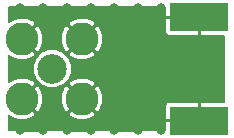
<source format=gbl>
G04 #@! TF.FileFunction,Copper,L2,Bot,Signal*
%FSLAX46Y46*%
G04 Gerber Fmt 4.6, Leading zero omitted, Abs format (unit mm)*
G04 Created by KiCad (PCBNEW 4.1.0-alpha+201605071002+6776~44~ubuntu14.04.1-product) date Sun 29 May 2016 22:00:10 BST*
%MOMM*%
%LPD*%
G01*
G04 APERTURE LIST*
%ADD10C,0.100000*%
%ADD11C,2.500000*%
%ADD12C,2.800000*%
%ADD13R,5.000000X2.400000*%
%ADD14C,0.800000*%
%ADD15C,0.250000*%
%ADD16C,0.500000*%
%ADD17C,0.200000*%
G04 APERTURE END LIST*
D10*
D11*
X130000000Y-100000000D03*
D12*
X132540000Y-102540000D03*
X132540000Y-97460000D03*
X127460000Y-102540000D03*
X127460000Y-97460000D03*
D13*
X142450000Y-104375000D03*
X142450000Y-95625000D03*
D14*
X127250000Y-94850000D03*
X129250000Y-94850000D03*
X131250000Y-94850000D03*
X133250000Y-94850000D03*
X135250000Y-94850000D03*
X137250000Y-94850000D03*
X127250000Y-105150000D03*
X129250000Y-105150000D03*
X131250000Y-105150000D03*
X133250000Y-105150000D03*
X135250000Y-105150000D03*
X137250000Y-105150000D03*
X137900000Y-99863590D03*
X136950000Y-96800000D03*
X137900000Y-101050000D03*
X134800000Y-101950000D03*
X139250000Y-105150000D03*
X139250000Y-103550000D03*
X139250000Y-104350000D03*
X139250000Y-96450000D03*
X139250000Y-94850000D03*
X139250000Y-95650000D03*
D15*
X129250000Y-94850000D02*
X127250000Y-94850000D01*
X133250000Y-94850000D02*
X131250000Y-94850000D01*
X137250000Y-94850000D02*
X135250000Y-94850000D01*
X129250000Y-105150000D02*
X127250000Y-105150000D01*
X133250000Y-105150000D02*
X131250000Y-105150000D01*
X137250000Y-105150000D02*
X135250000Y-105150000D01*
D16*
X139250000Y-104350000D02*
X139250000Y-105150000D01*
X139250000Y-95600000D02*
X139250000Y-96400000D01*
D17*
G36*
X139550000Y-95475000D02*
X139650000Y-95575000D01*
X142400000Y-95575000D01*
X142400000Y-95555000D01*
X142500000Y-95555000D01*
X142500000Y-95575000D01*
X142520000Y-95575000D01*
X142520000Y-95675000D01*
X142500000Y-95675000D01*
X142500000Y-97125000D01*
X142600000Y-97225000D01*
X144545000Y-97225000D01*
X144545000Y-102775000D01*
X142600000Y-102775000D01*
X142500000Y-102875000D01*
X142500000Y-104325000D01*
X142520000Y-104325000D01*
X142520000Y-104425000D01*
X142500000Y-104425000D01*
X142500000Y-104445000D01*
X142400000Y-104445000D01*
X142400000Y-104425000D01*
X139650000Y-104425000D01*
X139550000Y-104525000D01*
X139550000Y-105195000D01*
X126355000Y-105195000D01*
X126355000Y-103943369D01*
X126422109Y-104053598D01*
X127080343Y-104335566D01*
X127796376Y-104344175D01*
X128461199Y-104078115D01*
X128497891Y-104053598D01*
X128651152Y-103801862D01*
X131348848Y-103801862D01*
X131502109Y-104053598D01*
X132160343Y-104335566D01*
X132876376Y-104344175D01*
X133541199Y-104078115D01*
X133577891Y-104053598D01*
X133731152Y-103801862D01*
X132540000Y-102610711D01*
X131348848Y-103801862D01*
X128651152Y-103801862D01*
X127460000Y-102610711D01*
X127445858Y-102624853D01*
X127375147Y-102554142D01*
X127389289Y-102540000D01*
X127530711Y-102540000D01*
X128721862Y-103731152D01*
X128973598Y-103577891D01*
X129255566Y-102919657D01*
X129256086Y-102876376D01*
X130735825Y-102876376D01*
X131001885Y-103541199D01*
X131026402Y-103577891D01*
X131278138Y-103731152D01*
X132469289Y-102540000D01*
X132610711Y-102540000D01*
X133801862Y-103731152D01*
X134053598Y-103577891D01*
X134260267Y-103095435D01*
X139550000Y-103095435D01*
X139550000Y-104225000D01*
X139650000Y-104325000D01*
X142400000Y-104325000D01*
X142400000Y-102875000D01*
X142300000Y-102775000D01*
X139870435Y-102775000D01*
X139723418Y-102835896D01*
X139610896Y-102948418D01*
X139550000Y-103095435D01*
X134260267Y-103095435D01*
X134335566Y-102919657D01*
X134344175Y-102203624D01*
X134078115Y-101538801D01*
X134053598Y-101502109D01*
X133801862Y-101348848D01*
X132610711Y-102540000D01*
X132469289Y-102540000D01*
X131278138Y-101348848D01*
X131026402Y-101502109D01*
X130744434Y-102160343D01*
X130735825Y-102876376D01*
X129256086Y-102876376D01*
X129264175Y-102203624D01*
X128998115Y-101538801D01*
X128973598Y-101502109D01*
X128721862Y-101348848D01*
X127530711Y-102540000D01*
X127389289Y-102540000D01*
X127375147Y-102525858D01*
X127445858Y-102455147D01*
X127460000Y-102469289D01*
X128651152Y-101278138D01*
X128497891Y-101026402D01*
X127839657Y-100744434D01*
X127123624Y-100735825D01*
X126458801Y-101001885D01*
X126422109Y-101026402D01*
X126355000Y-101136631D01*
X126355000Y-100326765D01*
X128349715Y-100326765D01*
X128600383Y-100933429D01*
X129064130Y-101397986D01*
X129670355Y-101649713D01*
X130326765Y-101650285D01*
X130933429Y-101399617D01*
X131055120Y-101278138D01*
X131348848Y-101278138D01*
X132540000Y-102469289D01*
X133731152Y-101278138D01*
X133577891Y-101026402D01*
X132919657Y-100744434D01*
X132203624Y-100735825D01*
X131538801Y-101001885D01*
X131502109Y-101026402D01*
X131348848Y-101278138D01*
X131055120Y-101278138D01*
X131397986Y-100935870D01*
X131649713Y-100329645D01*
X131650285Y-99673235D01*
X131399617Y-99066571D01*
X131055510Y-98721862D01*
X131348848Y-98721862D01*
X131502109Y-98973598D01*
X132160343Y-99255566D01*
X132876376Y-99264175D01*
X133541199Y-98998115D01*
X133577891Y-98973598D01*
X133731152Y-98721862D01*
X132540000Y-97530711D01*
X131348848Y-98721862D01*
X131055510Y-98721862D01*
X130935870Y-98602014D01*
X130329645Y-98350287D01*
X129673235Y-98349715D01*
X129066571Y-98600383D01*
X128602014Y-99064130D01*
X128350287Y-99670355D01*
X128349715Y-100326765D01*
X126355000Y-100326765D01*
X126355000Y-98863369D01*
X126422109Y-98973598D01*
X127080343Y-99255566D01*
X127796376Y-99264175D01*
X128461199Y-98998115D01*
X128497891Y-98973598D01*
X128651152Y-98721862D01*
X127460000Y-97530711D01*
X127445858Y-97544853D01*
X127375147Y-97474142D01*
X127389289Y-97460000D01*
X127530711Y-97460000D01*
X128721862Y-98651152D01*
X128973598Y-98497891D01*
X129255566Y-97839657D01*
X129256086Y-97796376D01*
X130735825Y-97796376D01*
X131001885Y-98461199D01*
X131026402Y-98497891D01*
X131278138Y-98651152D01*
X132469289Y-97460000D01*
X132610711Y-97460000D01*
X133801862Y-98651152D01*
X134053598Y-98497891D01*
X134335566Y-97839657D01*
X134344175Y-97123624D01*
X134078115Y-96458801D01*
X134053598Y-96422109D01*
X133801862Y-96268848D01*
X132610711Y-97460000D01*
X132469289Y-97460000D01*
X131278138Y-96268848D01*
X131026402Y-96422109D01*
X130744434Y-97080343D01*
X130735825Y-97796376D01*
X129256086Y-97796376D01*
X129264175Y-97123624D01*
X128998115Y-96458801D01*
X128973598Y-96422109D01*
X128721862Y-96268848D01*
X127530711Y-97460000D01*
X127389289Y-97460000D01*
X127375147Y-97445858D01*
X127445858Y-97375147D01*
X127460000Y-97389289D01*
X128651152Y-96198138D01*
X131348848Y-96198138D01*
X132540000Y-97389289D01*
X133731152Y-96198138D01*
X133577891Y-95946402D01*
X133177766Y-95775000D01*
X139550000Y-95775000D01*
X139550000Y-96904565D01*
X139610896Y-97051582D01*
X139723418Y-97164104D01*
X139870435Y-97225000D01*
X142300000Y-97225000D01*
X142400000Y-97125000D01*
X142400000Y-95675000D01*
X139650000Y-95675000D01*
X139550000Y-95775000D01*
X133177766Y-95775000D01*
X132919657Y-95664434D01*
X132203624Y-95655825D01*
X131538801Y-95921885D01*
X131502109Y-95946402D01*
X131348848Y-96198138D01*
X128651152Y-96198138D01*
X128497891Y-95946402D01*
X127839657Y-95664434D01*
X127123624Y-95655825D01*
X126458801Y-95921885D01*
X126422109Y-95946402D01*
X126355000Y-96056631D01*
X126355000Y-94805000D01*
X139550000Y-94805000D01*
X139550000Y-95475000D01*
X139550000Y-95475000D01*
G37*
X139550000Y-95475000D02*
X139650000Y-95575000D01*
X142400000Y-95575000D01*
X142400000Y-95555000D01*
X142500000Y-95555000D01*
X142500000Y-95575000D01*
X142520000Y-95575000D01*
X142520000Y-95675000D01*
X142500000Y-95675000D01*
X142500000Y-97125000D01*
X142600000Y-97225000D01*
X144545000Y-97225000D01*
X144545000Y-102775000D01*
X142600000Y-102775000D01*
X142500000Y-102875000D01*
X142500000Y-104325000D01*
X142520000Y-104325000D01*
X142520000Y-104425000D01*
X142500000Y-104425000D01*
X142500000Y-104445000D01*
X142400000Y-104445000D01*
X142400000Y-104425000D01*
X139650000Y-104425000D01*
X139550000Y-104525000D01*
X139550000Y-105195000D01*
X126355000Y-105195000D01*
X126355000Y-103943369D01*
X126422109Y-104053598D01*
X127080343Y-104335566D01*
X127796376Y-104344175D01*
X128461199Y-104078115D01*
X128497891Y-104053598D01*
X128651152Y-103801862D01*
X131348848Y-103801862D01*
X131502109Y-104053598D01*
X132160343Y-104335566D01*
X132876376Y-104344175D01*
X133541199Y-104078115D01*
X133577891Y-104053598D01*
X133731152Y-103801862D01*
X132540000Y-102610711D01*
X131348848Y-103801862D01*
X128651152Y-103801862D01*
X127460000Y-102610711D01*
X127445858Y-102624853D01*
X127375147Y-102554142D01*
X127389289Y-102540000D01*
X127530711Y-102540000D01*
X128721862Y-103731152D01*
X128973598Y-103577891D01*
X129255566Y-102919657D01*
X129256086Y-102876376D01*
X130735825Y-102876376D01*
X131001885Y-103541199D01*
X131026402Y-103577891D01*
X131278138Y-103731152D01*
X132469289Y-102540000D01*
X132610711Y-102540000D01*
X133801862Y-103731152D01*
X134053598Y-103577891D01*
X134260267Y-103095435D01*
X139550000Y-103095435D01*
X139550000Y-104225000D01*
X139650000Y-104325000D01*
X142400000Y-104325000D01*
X142400000Y-102875000D01*
X142300000Y-102775000D01*
X139870435Y-102775000D01*
X139723418Y-102835896D01*
X139610896Y-102948418D01*
X139550000Y-103095435D01*
X134260267Y-103095435D01*
X134335566Y-102919657D01*
X134344175Y-102203624D01*
X134078115Y-101538801D01*
X134053598Y-101502109D01*
X133801862Y-101348848D01*
X132610711Y-102540000D01*
X132469289Y-102540000D01*
X131278138Y-101348848D01*
X131026402Y-101502109D01*
X130744434Y-102160343D01*
X130735825Y-102876376D01*
X129256086Y-102876376D01*
X129264175Y-102203624D01*
X128998115Y-101538801D01*
X128973598Y-101502109D01*
X128721862Y-101348848D01*
X127530711Y-102540000D01*
X127389289Y-102540000D01*
X127375147Y-102525858D01*
X127445858Y-102455147D01*
X127460000Y-102469289D01*
X128651152Y-101278138D01*
X128497891Y-101026402D01*
X127839657Y-100744434D01*
X127123624Y-100735825D01*
X126458801Y-101001885D01*
X126422109Y-101026402D01*
X126355000Y-101136631D01*
X126355000Y-100326765D01*
X128349715Y-100326765D01*
X128600383Y-100933429D01*
X129064130Y-101397986D01*
X129670355Y-101649713D01*
X130326765Y-101650285D01*
X130933429Y-101399617D01*
X131055120Y-101278138D01*
X131348848Y-101278138D01*
X132540000Y-102469289D01*
X133731152Y-101278138D01*
X133577891Y-101026402D01*
X132919657Y-100744434D01*
X132203624Y-100735825D01*
X131538801Y-101001885D01*
X131502109Y-101026402D01*
X131348848Y-101278138D01*
X131055120Y-101278138D01*
X131397986Y-100935870D01*
X131649713Y-100329645D01*
X131650285Y-99673235D01*
X131399617Y-99066571D01*
X131055510Y-98721862D01*
X131348848Y-98721862D01*
X131502109Y-98973598D01*
X132160343Y-99255566D01*
X132876376Y-99264175D01*
X133541199Y-98998115D01*
X133577891Y-98973598D01*
X133731152Y-98721862D01*
X132540000Y-97530711D01*
X131348848Y-98721862D01*
X131055510Y-98721862D01*
X130935870Y-98602014D01*
X130329645Y-98350287D01*
X129673235Y-98349715D01*
X129066571Y-98600383D01*
X128602014Y-99064130D01*
X128350287Y-99670355D01*
X128349715Y-100326765D01*
X126355000Y-100326765D01*
X126355000Y-98863369D01*
X126422109Y-98973598D01*
X127080343Y-99255566D01*
X127796376Y-99264175D01*
X128461199Y-98998115D01*
X128497891Y-98973598D01*
X128651152Y-98721862D01*
X127460000Y-97530711D01*
X127445858Y-97544853D01*
X127375147Y-97474142D01*
X127389289Y-97460000D01*
X127530711Y-97460000D01*
X128721862Y-98651152D01*
X128973598Y-98497891D01*
X129255566Y-97839657D01*
X129256086Y-97796376D01*
X130735825Y-97796376D01*
X131001885Y-98461199D01*
X131026402Y-98497891D01*
X131278138Y-98651152D01*
X132469289Y-97460000D01*
X132610711Y-97460000D01*
X133801862Y-98651152D01*
X134053598Y-98497891D01*
X134335566Y-97839657D01*
X134344175Y-97123624D01*
X134078115Y-96458801D01*
X134053598Y-96422109D01*
X133801862Y-96268848D01*
X132610711Y-97460000D01*
X132469289Y-97460000D01*
X131278138Y-96268848D01*
X131026402Y-96422109D01*
X130744434Y-97080343D01*
X130735825Y-97796376D01*
X129256086Y-97796376D01*
X129264175Y-97123624D01*
X128998115Y-96458801D01*
X128973598Y-96422109D01*
X128721862Y-96268848D01*
X127530711Y-97460000D01*
X127389289Y-97460000D01*
X127375147Y-97445858D01*
X127445858Y-97375147D01*
X127460000Y-97389289D01*
X128651152Y-96198138D01*
X131348848Y-96198138D01*
X132540000Y-97389289D01*
X133731152Y-96198138D01*
X133577891Y-95946402D01*
X133177766Y-95775000D01*
X139550000Y-95775000D01*
X139550000Y-96904565D01*
X139610896Y-97051582D01*
X139723418Y-97164104D01*
X139870435Y-97225000D01*
X142300000Y-97225000D01*
X142400000Y-97125000D01*
X142400000Y-95675000D01*
X139650000Y-95675000D01*
X139550000Y-95775000D01*
X133177766Y-95775000D01*
X132919657Y-95664434D01*
X132203624Y-95655825D01*
X131538801Y-95921885D01*
X131502109Y-95946402D01*
X131348848Y-96198138D01*
X128651152Y-96198138D01*
X128497891Y-95946402D01*
X127839657Y-95664434D01*
X127123624Y-95655825D01*
X126458801Y-95921885D01*
X126422109Y-95946402D01*
X126355000Y-96056631D01*
X126355000Y-94805000D01*
X139550000Y-94805000D01*
X139550000Y-95475000D01*
M02*

</source>
